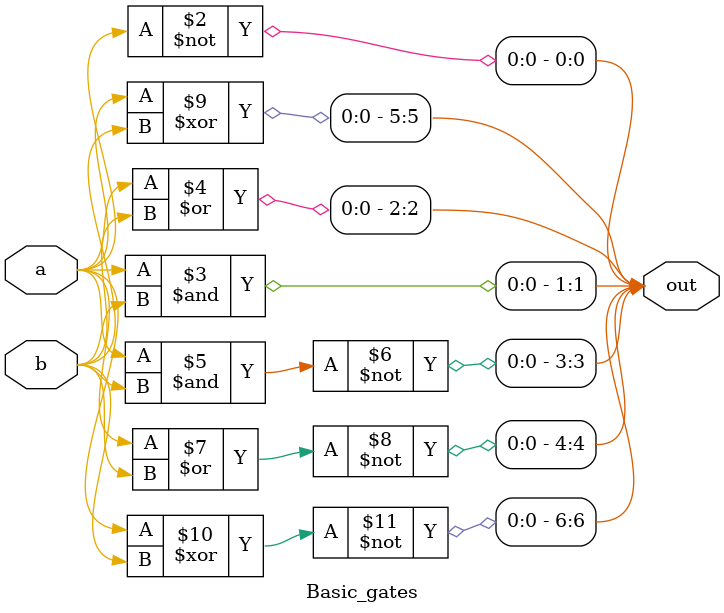
<source format=v>
module Basic_gates(
    input a,
    input b,
    output reg[0:6]out  //for Behavioral Modelling the output is declared with reg
    );
    always @ (a or b)
    begin
    out[0]=~a;        //Not gate
    out[1]=a&b;       //And gate
    out[2]=a|b;       //Or gate
    out[3]=~(a &b);   //Nand gate    
    out[4]=~(a|b);    //Nor gate
    out[5]=a^b;       //Ex-or gate
    out[6]=~(a^b);    //Ex-nor gate
    end
endmodule
</source>
